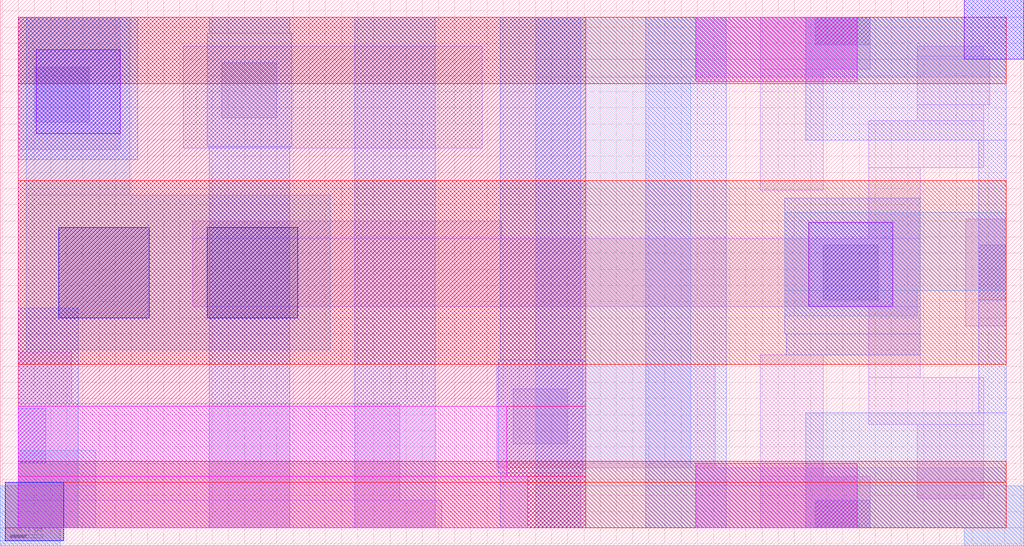
<source format=lef>
# Copyright 2020 The SkyWater PDK Authors
#
# Licensed under the Apache License, Version 2.0 (the "License");
# you may not use this file except in compliance with the License.
# You may obtain a copy of the License at
#
#     https://www.apache.org/licenses/LICENSE-2.0
#
# Unless required by applicable law or agreed to in writing, software
# distributed under the License is distributed on an "AS IS" BASIS,
# WITHOUT WARRANTIES OR CONDITIONS OF ANY KIND, either express or implied.
# See the License for the specific language governing permissions and
# limitations under the License.
#
# SPDX-License-Identifier: Apache-2.0

VERSION 5.7 ;
  NOWIREEXTENSIONATPIN ON ;
  DIVIDERCHAR "/" ;
  BUSBITCHARS "[]" ;
MACRO sky130_fd_bd_sram__sram_dp_swldrv_opt2b
  CLASS BLOCK ;
  FOREIGN sky130_fd_bd_sram__sram_dp_swldrv_opt2b ;
  ORIGIN  0.055000  0.055000 ;
  SIZE  3.165000 BY  1.690000 ;
  OBS
    LAYER li1 ;
      RECT 0.000000 0.000000 1.310000 0.085000 ;
      RECT 0.000000 0.085000 1.180000 0.385000 ;
      RECT 0.000000 0.385000 0.165000 0.545000 ;
      RECT 0.000000 1.170000 0.315000 1.580000 ;
      RECT 0.510000 1.175000 1.435000 1.490000 ;
      RECT 0.540000 0.685000 2.790000 0.895000 ;
      RECT 0.540000 0.895000 1.495000 0.950000 ;
      RECT 1.480000 0.185000 2.155000 0.505000 ;
      RECT 2.295000 0.000000 2.635000 0.160000 ;
      RECT 2.295000 0.160000 2.490000 0.535000 ;
      RECT 2.295000 1.045000 2.490000 1.420000 ;
      RECT 2.295000 1.420000 2.635000 1.580000 ;
      RECT 2.630000 0.320000 2.985000 0.465000 ;
      RECT 2.630000 0.465000 2.790000 0.685000 ;
      RECT 2.630000 0.895000 2.790000 1.115000 ;
      RECT 2.630000 1.115000 2.985000 1.260000 ;
      RECT 2.780000 0.090000 2.985000 0.320000 ;
      RECT 2.780000 1.260000 2.985000 1.310000 ;
      RECT 2.780000 1.310000 3.005000 1.460000 ;
      RECT 2.780000 1.460000 2.985000 1.490000 ;
      RECT 2.930000 0.625000 3.055000 0.955000 ;
    LAYER mcon ;
      RECT 0.000000 0.200000 0.085000 0.370000 ;
      RECT 0.050000 1.255000 0.220000 1.425000 ;
      RECT 0.630000 1.270000 0.800000 1.440000 ;
      RECT 1.530000 0.260000 1.700000 0.430000 ;
      RECT 2.465000 0.000000 2.635000 0.085000 ;
      RECT 2.465000 1.495000 2.635000 1.580000 ;
      RECT 2.490000 0.705000 2.660000 0.875000 ;
      RECT 2.970000 0.705000 3.055000 0.875000 ;
    LAYER met1 ;
      RECT -0.055000 -0.055000 0.130000 0.000000 ;
      RECT -0.055000  0.000000 0.185000 0.130000 ;
      RECT  0.000000  0.130000 0.185000 0.680000 ;
      RECT  0.000000  1.140000 0.370000 1.580000 ;
      RECT  0.585000  1.180000 0.845000 1.530000 ;
      RECT  0.590000  0.000000 0.840000 1.180000 ;
      RECT  0.590000  1.530000 0.840000 1.580000 ;
      RECT  1.040000  0.000000 1.290000 1.580000 ;
      RECT  1.485000  0.170000 1.745000 0.520000 ;
      RECT  1.490000  0.000000 1.740000 0.170000 ;
      RECT  1.490000  0.520000 1.740000 1.580000 ;
      RECT  1.940000  0.000000 2.190000 1.580000 ;
      RECT  2.370000  0.600000 2.790000 1.020000 ;
      RECT  2.375000  0.535000 2.790000 0.600000 ;
      RECT  2.435000  0.000000 3.110000 0.130000 ;
      RECT  2.435000  0.130000 3.055000 0.355000 ;
      RECT  2.435000  1.200000 3.055000 1.450000 ;
      RECT  2.435000  1.450000 3.110000 1.580000 ;
      RECT  2.925000 -0.055000 3.110000 0.000000 ;
      RECT  2.925000  1.580000 3.110000 1.635000 ;
      RECT  2.970000  0.355000 3.055000 1.200000 ;
    LAYER met2 ;
      RECT -0.055000 -0.055000 0.130000 -0.040000 ;
      RECT -0.055000 -0.040000 0.140000  0.000000 ;
      RECT -0.055000  0.000000 0.240000  0.130000 ;
      RECT -0.040000  0.130000 0.240000  0.140000 ;
      RECT  0.000000  0.140000 0.240000  0.240000 ;
      RECT  0.025000  0.550000 0.965000  1.030000 ;
      RECT  0.025000  1.030000 0.345000  1.580000 ;
      RECT  1.600000  0.000000 3.110000  0.130000 ;
      RECT  1.600000  0.130000 3.055000  0.185000 ;
      RECT  1.600000  0.185000 2.080000  1.395000 ;
      RECT  1.600000  1.395000 3.055000  1.450000 ;
      RECT  1.600000  1.450000 3.110000  1.580000 ;
      RECT  2.370000  0.655000 2.780000  0.735000 ;
      RECT  2.370000  0.735000 3.055000  0.975000 ;
      RECT  2.925000 -0.055000 3.110000  0.000000 ;
      RECT  2.925000  1.580000 3.110000  1.635000 ;
    LAYER met3 ;
      RECT -0.040000 -0.040000 0.140000 0.000000 ;
      RECT -0.040000  0.000000 3.055000 0.140000 ;
      RECT  0.000000  0.140000 3.055000 0.205000 ;
      RECT  0.000000  0.505000 3.055000 1.075000 ;
      RECT  0.000000  1.375000 3.055000 1.580000 ;
    LAYER nwell ;
      RECT 0.000000 0.375000 1.755000 1.580000 ;
    LAYER nwell ;
      RECT 1.510000 0.160000 1.755000 0.375000 ;
    LAYER nwell ;
      RECT 1.575000 0.000000 1.755000 0.160000 ;
    LAYER pwell ;
      RECT 0.000000 0.000000 1.575000 0.160000 ;
    LAYER pwell ;
      RECT 0.000000 0.160000 1.510000 0.375000 ;
      RECT 2.095000 1.380000 2.595000 1.580000 ;
    LAYER pwell ;
      RECT 2.095000 0.000000 2.595000 0.200000 ;
    LAYER via ;
      RECT 0.055000 1.220000 0.315000 1.480000 ;
      RECT 2.445000 0.685000 2.705000 0.945000 ;
      RECT 2.925000 1.450000 3.110000 1.635000 ;
    LAYER via2 ;
      RECT -0.040000 -0.040000 0.140000 0.140000 ;
      RECT  0.125000  0.650000 0.405000 0.930000 ;
      RECT  0.585000  0.650000 0.865000 0.930000 ;
  END
END sky130_fd_bd_sram__sram_dp_swldrv_opt2b
END LIBRARY

</source>
